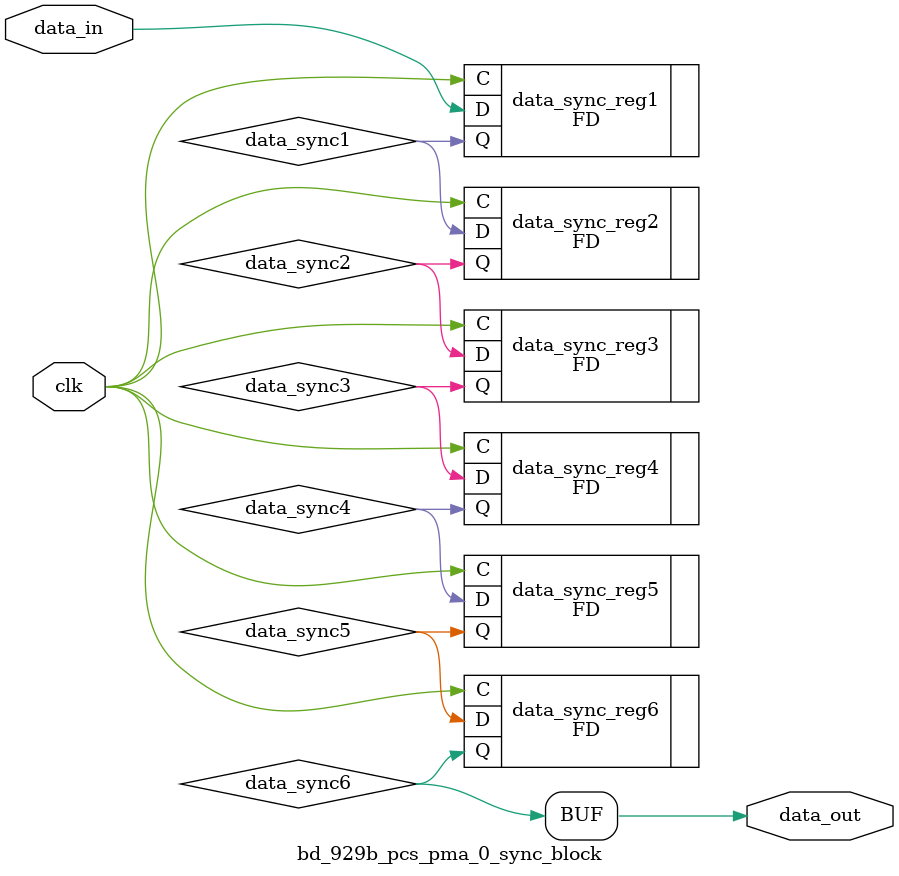
<source format=v>

`timescale 1ps / 1ps

module bd_929b_pcs_pma_0_sync_block #(
  parameter INITIALISE = 2'b00
)
(
  input        clk,              // clock to be sync'ed to
  input        data_in,          // Data to be 'synced'
  output       data_out          // synced data
);

  // Internal Signals
  wire data_sync1;
  wire data_sync2;
  wire data_sync3;
  wire data_sync4;
  wire data_sync5;
  wire data_sync6;


  (* shreg_extract = "no", ASYNC_REG = "TRUE" *)
  FD #(
    .INIT (INITIALISE[0])
  ) data_sync_reg1 (
    .C  (clk),
    .D  (data_in),
    .Q  (data_sync1)
  );


  (* shreg_extract = "no", ASYNC_REG = "TRUE" *)
  FD #(
   .INIT (INITIALISE[1])
  ) data_sync_reg2 (
  .C  (clk),
  .D  (data_sync1),
  .Q  (data_sync2)
  );


  (* shreg_extract = "no", ASYNC_REG = "TRUE" *)
  FD #(
   .INIT (INITIALISE[1])
  ) data_sync_reg3 (
  .C  (clk),
  .D  (data_sync2),
  .Q  (data_sync3)
  );

  (* shreg_extract = "no", ASYNC_REG = "TRUE" *)
  FD #(
   .INIT (INITIALISE[1])
  ) data_sync_reg4 (
  .C  (clk),
  .D  (data_sync3),
  .Q  (data_sync4)
  );

  (* shreg_extract = "no", ASYNC_REG = "TRUE" *)
  FD #(
   .INIT (INITIALISE[1])
  ) data_sync_reg5 (
  .C  (clk),
  .D  (data_sync4),
  .Q  (data_sync5)
  );

  (* shreg_extract = "no", ASYNC_REG = "TRUE" *)
  FD #(
   .INIT (INITIALISE[1])
  ) data_sync_reg6 (
  .C  (clk),
  .D  (data_sync5),
  .Q  (data_sync6)
  );
  assign data_out = data_sync6;


endmodule



</source>
